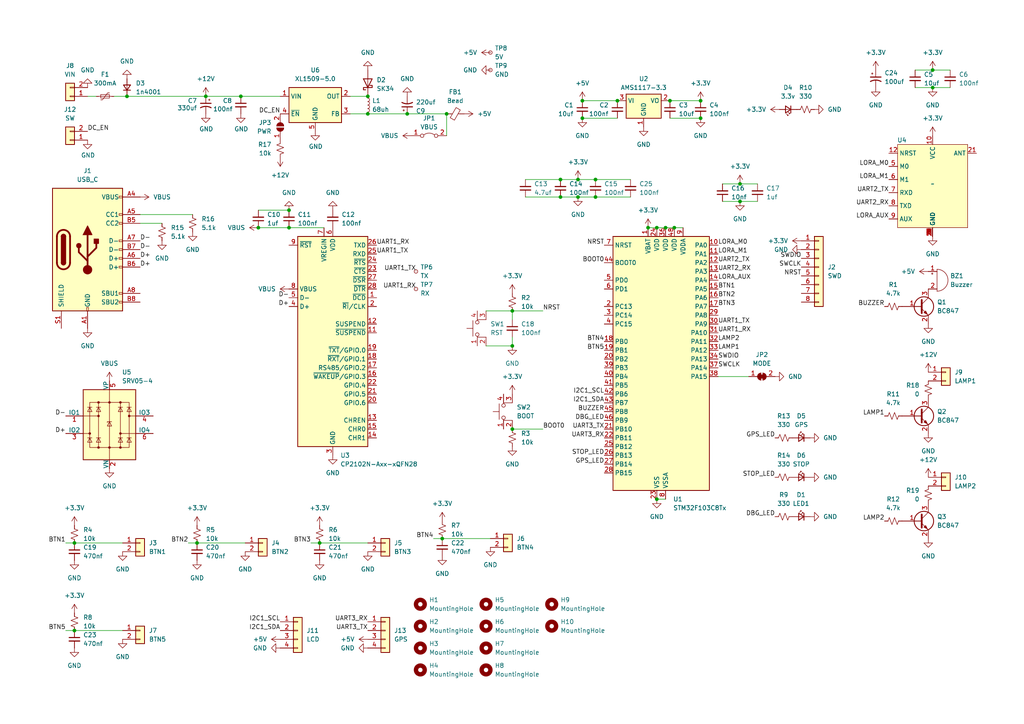
<source format=kicad_sch>
(kicad_sch (version 20230121) (generator eeschema)
  (paper "A4")
  (title_block (title "LoRa-iBBRS"))
  (junction (at 187.96 66.04))
  (junction (at 270.51 20.32))
  (junction (at 179.07 29.21))
  (junction (at 21.59 182.88))
  (junction (at 190.5 66.04))
  (junction (at 128.27 156.21))
  (junction (at 214.63 58.42))
  (junction (at 203.2 29.21))
  (junction (at 74.93 66.04))
  (junction (at 162.56 52.07))
  (junction (at 270.51 25.4))
  (junction (at 167.64 57.15))
  (junction (at 194.31 29.21))
  (junction (at 214.63 53.34))
  (junction (at 59.69 27.94))
  (junction (at 106.68 33.02))
  (junction (at 118.11 33.02))
  (junction (at 193.04 66.04))
  (junction (at 172.72 52.07))
  (junction (at 129.54 33.02))
  (junction (at 148.59 100.33))
  (junction (at 172.72 57.15))
  (junction (at 203.2 34.29))
  (junction (at 92.71 157.48))
  (junction (at 69.85 27.94))
  (junction (at 36.83 27.94))
  (junction (at 83.82 66.04))
  (junction (at 168.91 29.21))
  (junction (at 162.56 57.15))
  (junction (at 83.82 60.96))
  (junction (at 190.5 144.78))
  (junction (at 167.64 52.07))
  (junction (at 106.68 27.94))
  (junction (at 21.59 157.48))
  (junction (at 195.58 66.04))
  (junction (at 148.59 124.46))
  (junction (at 168.91 34.29))
  (junction (at 148.59 90.17))
  (junction (at 57.15 157.48))
  (wire (pts (xy 270.51 20.32) (xy 275.59 20.32)))
  (wire (pts (xy 194.31 34.29) (xy 203.2 34.29)))
  (wire (pts (xy 194.31 29.21) (xy 203.2 29.21)))
  (wire (pts (xy 162.56 57.15) (xy 167.64 57.15)))
  (wire (pts (xy 25.4 27.94) (xy 27.94 27.94)))
  (wire (pts (xy 83.82 66.04) (xy 93.98 66.04)))
  (wire (pts (xy 125.73 156.21) (xy 128.27 156.21)))
  (wire (pts (xy 209.55 58.42) (xy 214.63 58.42)))
  (wire (pts (xy 148.59 124.46) (xy 157.48 124.46)))
  (wire (pts (xy 148.59 90.17) (xy 157.48 90.17)))
  (wire (pts (xy 167.64 57.15) (xy 172.72 57.15)))
  (wire (pts (xy 129.54 33.02) (xy 129.54 39.37)))
  (wire (pts (xy 265.43 25.4) (xy 270.51 25.4)))
  (wire (pts (xy 90.17 157.48) (xy 92.71 157.48)))
  (wire (pts (xy 172.72 57.15) (xy 182.88 57.15)))
  (wire (pts (xy 57.15 157.48) (xy 71.12 157.48)))
  (wire (pts (xy 148.59 100.33) (xy 148.59 97.79)))
  (wire (pts (xy 54.61 157.48) (xy 57.15 157.48)))
  (wire (pts (xy 148.59 90.17) (xy 148.59 92.71)))
  (wire (pts (xy 152.4 52.07) (xy 162.56 52.07)))
  (wire (pts (xy 152.4 57.15) (xy 162.56 57.15)))
  (wire (pts (xy 36.83 27.94) (xy 59.69 27.94)))
  (wire (pts (xy 128.27 156.21) (xy 142.24 156.21)))
  (wire (pts (xy 74.93 66.04) (xy 83.82 66.04)))
  (wire (pts (xy 92.71 157.48) (xy 106.68 157.48)))
  (wire (pts (xy 140.97 100.33) (xy 148.59 100.33)))
  (wire (pts (xy 40.64 64.77) (xy 46.99 64.77)))
  (wire (pts (xy 140.97 90.17) (xy 148.59 90.17)))
  (wire (pts (xy 74.93 60.96) (xy 83.82 60.96)))
  (wire (pts (xy 214.63 53.34) (xy 219.71 53.34)))
  (wire (pts (xy 59.69 27.94) (xy 69.85 27.94)))
  (wire (pts (xy 187.96 66.04) (xy 190.5 66.04)))
  (wire (pts (xy 195.58 66.04) (xy 198.12 66.04)))
  (wire (pts (xy 167.64 52.07) (xy 172.72 52.07)))
  (wire (pts (xy 208.28 109.22) (xy 217.17 109.22)))
  (wire (pts (xy 21.59 182.88) (xy 35.56 182.88)))
  (wire (pts (xy 162.56 52.07) (xy 167.64 52.07)))
  (wire (pts (xy 19.05 157.48) (xy 21.59 157.48)))
  (wire (pts (xy 40.64 62.23) (xy 55.88 62.23)))
  (wire (pts (xy 69.85 27.94) (xy 81.28 27.94)))
  (wire (pts (xy 118.11 33.02) (xy 129.54 33.02)))
  (wire (pts (xy 168.91 29.21) (xy 179.07 29.21)))
  (wire (pts (xy 19.05 182.88) (xy 21.59 182.88)))
  (wire (pts (xy 101.6 27.94) (xy 106.68 27.94)))
  (wire (pts (xy 168.91 34.29) (xy 179.07 34.29)))
  (wire (pts (xy 209.55 53.34) (xy 214.63 53.34)))
  (wire (pts (xy 172.72 52.07) (xy 182.88 52.07)))
  (wire (pts (xy 265.43 20.32) (xy 270.51 20.32)))
  (wire (pts (xy 193.04 66.04) (xy 195.58 66.04)))
  (wire (pts (xy 101.6 33.02) (xy 106.68 33.02)))
  (wire (pts (xy 190.5 144.78) (xy 193.04 144.78)))
  (wire (pts (xy 33.02 27.94) (xy 36.83 27.94)))
  (wire (pts (xy 214.63 58.42) (xy 219.71 58.42)))
  (wire (pts (xy 21.59 157.48) (xy 35.56 157.48)))
  (wire (pts (xy 190.5 66.04) (xy 193.04 66.04)))
  (wire (pts (xy 270.51 25.4) (xy 275.59 25.4)))
  (wire (pts (xy 106.68 33.02) (xy 118.11 33.02)))
  (label "I2C1_SDA" (at 81.28 182.88 180))
  (label "D+" (at 40.64 74.93 0))
  (label "DC_EN" (at 25.4 38.1 0))
  (label "LORA_M0" (at 257.81 48.26 180))
  (label "BOOT0" (at 157.48 124.46 0))
  (label "UART2_TX" (at 208.28 76.2 0))
  (label "UART3_RX" (at 175.26 127 180))
  (label "UART1_RX" (at 208.28 96.52 0))
  (label "BUZZER" (at 175.26 119.38 180))
  (label "UART2_TX" (at 257.81 55.88 180))
  (label "UART1_RX" (at 109.22 71.12 0))
  (label "UART1_TX" (at 120.65 78.74 180))
  (label "D+" (at 40.64 77.47 0))
  (label "UART3_TX" (at 175.26 124.46 180))
  (label "BTN3" (at 208.28 88.9 0))
  (label "DC_EN" (at 81.28 33.02 180))
  (label "BUZZER" (at 256.54 88.9 180))
  (label "LAMP2" (at 208.28 99.06 0))
  (label "LORA_AUX" (at 208.28 81.28 0))
  (label "GPS_LED" (at 175.26 134.62 180))
  (label "BTN4" (at 175.26 99.06 180))
  (label "BTN2" (at 54.61 157.48 180))
  (label "BTN4" (at 125.73 156.21 180))
  (label "UART2_RX" (at 208.28 78.74 0))
  (label "LAMP1" (at 256.54 120.65 180))
  (label "D-" (at 40.64 72.39 0))
  (label "D-" (at 19.05 120.65 180))
  (label "GPS_LED" (at 224.79 127 180))
  (label "SWDIO" (at 232.41 74.93 180))
  (label "NRST" (at 175.26 71.12 180))
  (label "BOOT0" (at 175.26 76.2 180))
  (label "LORA_M1" (at 257.81 52.07 180))
  (label "BTN5" (at 175.26 101.6 180))
  (label "SWCLK" (at 232.41 77.47 180))
  (label "BTN3" (at 90.17 157.48 180))
  (label "D-" (at 40.64 69.85 0))
  (label "UART1_TX" (at 109.22 73.66 0))
  (label "NRST" (at 232.41 80.01 180))
  (label "STOP_LED" (at 175.26 132.08 180))
  (label "UART1_RX" (at 120.65 83.82 180))
  (label "I2C1_SCL" (at 175.26 114.3 180))
  (label "UART1_TX" (at 208.28 93.98 0))
  (label "NRST" (at 157.48 90.17 0))
  (label "UART2_RX" (at 257.81 59.69 180))
  (label "I2C1_SCL" (at 81.28 180.34 180))
  (label "D+" (at 83.82 88.9 180))
  (label "LORA_M1" (at 208.28 73.66 0))
  (label "I2C1_SDA" (at 175.26 116.84 180))
  (label "STOP_LED" (at 224.79 138.43 180))
  (label "D-" (at 83.82 86.36 180))
  (label "DBG_LED" (at 175.26 121.92 180))
  (label "UART3_RX" (at 106.68 180.34 180))
  (label "LORA_AUX" (at 257.81 63.5 180))
  (label "D+" (at 19.05 125.73 180))
  (label "LAMP2" (at 256.54 151.13 180))
  (label "BTN1" (at 19.05 157.48 180))
  (label "SWCLK" (at 208.28 106.68 0))
  (label "LORA_M0" (at 208.28 71.12 0))
  (label "BTN5" (at 19.05 182.88 180))
  (label "UART3_TX" (at 106.68 182.88 180))
  (label "DBG_LED" (at 224.79 149.86 180))
  (label "SWDIO" (at 208.28 104.14 0))
  (label "BTN2" (at 208.28 86.36 0))
  (label "LAMP1" (at 208.28 101.6 0))
  (label "BTN1" (at 208.28 83.82 0))
  (symbol (lib_id "Mechanical:MountingHole") (at 160.02 181.61 0) (unit 1) (in_bom no)
    (property "Reference" "H10" (at 162.56 180.34 0) (effects (justify left)))
    (property "Value" "MountingHole" (at 162.56 182.88 0) (effects (justify left)))
    (property "Footprint" "MountingHole:MountingHole_3.2mm_M3" (effects hide))
  )
  (symbol (lib_id "Device:R_Small_US") (at 148.59 127 0) (unit 1)
    (property "Reference" "R3" (at 151.13 125.73 0) (effects (justify left)))
    (property "Value" "10k" (at 151.13 128.27 0) (effects (justify left)))
    (property "Footprint" "Resistor_SMD:R_0603_1608Metric" (effects hide))
  )
  (symbol (lib_id "power:+3.3V") (at 57.15 152.4 0) (unit 1)
    (property "Reference" "#PWR045" (effects hide))
    (property "Value" "+3.3V" (at 57.15 147.32 0))
  )
  (symbol (lib_id "Device:R_Small_US") (at 92.71 154.94 0) (unit 1)
    (property "Reference" "R6" (at 95.25 153.67 0) (effects (justify left)))
    (property "Value" "10k" (at 95.25 156.21 0) (effects (justify left)))
    (property "Footprint" "Resistor_SMD:R_0603_1608Metric" (effects hide))
  )
  (symbol (lib_id "power:+3.3V") (at 232.41 69.85 90) (unit 1)
    (property "Reference" "#PWR031" (effects hide))
    (property "Value" "+3.3V" (at 228.6 69.85 90) (effects (justify left)))
  )
  (symbol (lib_id "power:GND") (at 148.59 100.33 0) (unit 1)
    (property "Reference" "#PWR038" (effects hide))
    (property "Value" "GND" (at 148.59 105.41 0))
  )
  (symbol (lib_id "power:+3.3V") (at 187.96 66.04 0) (unit 1)
    (property "Reference" "#PWR02" (effects hide))
    (property "Value" "+3.3V" (at 187.96 60.96 0))
  )
  (symbol (lib_id "power:GND") (at 254 25.4 0) (unit 1)
    (property "Reference" "#PWR059" (effects hide))
    (property "Value" "GND" (at 254 30.48 0))
  )
  (symbol (lib_id "power:GND") (at 270.51 25.4 0) (unit 1)
    (property "Reference" "#PWR010" (effects hide))
    (property "Value" "GND" (at 270.51 30.48 0))
  )
  (symbol (lib_id "Connector_Generic:Conn_01x02") (at 40.64 157.48 0) (unit 1)
    (property "Reference" "J3" (at 43.18 157.48 0) (effects (justify left)))
    (property "Value" "BTN1" (at 43.18 160.02 0) (effects (justify left)))
    (property "Footprint" "Connector_Phoenix_MC:PhoenixContact_MC_1,5_2-G-3.81_1x02_P3.81mm_Horizontal" (effects hide))
    (property "LCSC" "C507005" (effects hide))
  )
  (symbol (lib_id "Device:R_Small_US") (at 269.24 113.03 0) (mirror x) (unit 1)
    (property "Reference" "R18" (at 266.7 111.76 0) (effects (justify right)))
    (property "Value" "0" (at 266.7 114.3 0) (effects (justify right)))
    (property "Footprint" "Resistor_SMD:R_0603_1608Metric" (effects hide))
  )
  (symbol (lib_id "Device:C_Polarized_Small_US") (at 254 22.86 0) (unit 1)
    (property "Reference" "C24" (at 256.54 21.1582 0) (effects (justify left)))
    (property "Value" "100uf" (at 256.54 23.6982 0) (effects (justify left)))
    (property "Footprint" "Capacitor_SMD:CP_Elec_8x6.5" (effects hide))
    (property "LCSC" "C401616" (effects hide))
  )
  (symbol (lib_id "power:GND") (at 59.69 33.02 0) (unit 1)
    (property "Reference" "#PWR014" (effects hide))
    (property "Value" "GND" (at 59.817 37.4142 0))
  )
  (symbol (lib_id "Device:R_Small_US") (at 259.08 151.13 90) (unit 1)
    (property "Reference" "R12" (at 259.08 144.78 90))
    (property "Value" "4.7k" (at 259.08 147.32 90))
    (property "Footprint" "Resistor_SMD:R_0603_1608Metric" (effects hide))
  )
  (symbol (lib_id "Device:R_Small_US") (at 81.28 43.18 0) (mirror y) (unit 1)
    (property "Reference" "R17" (at 78.74 41.91 0) (effects (justify left)))
    (property "Value" "10k" (at 78.74 44.45 0) (effects (justify left)))
    (property "Footprint" "Resistor_SMD:R_0603_1608Metric" (effects hide))
  )
  (symbol (lib_id "power:GND") (at 186.69 36.83 0) (unit 1)
    (property "Reference" "#PWR03" (effects hide))
    (property "Value" "GND" (at 186.69 41.91 0))
  )
  (symbol (lib_id "Connector:TestPoint_Small") (at 120.65 78.74 0) (unit 1) (in_bom no)
    (property "Reference" "TP6" (at 121.92 77.47 0) (effects (justify left)))
    (property "Value" "TX" (at 121.92 80.01 0) (effects (justify left)))
    (property "Footprint" "TestPoint:TestPoint_THTPad_2.0x2.0mm_Drill1.0mm" (effects hide))
  )
  (symbol (lib_id "Device:Polyfuse_Small") (at 30.48 27.94 90) (unit 1)
    (property "Reference" "F1" (at 30.48 21.59 90))
    (property "Value" "300mA" (at 30.48 24.13 90))
    (property "Footprint" "Fuse:Fuse_0603_1608Metric" (effects hide))
    (property "LCSC" "C910820" (effects hide))
  )
  (symbol (lib_id "power:GND") (at 269.24 93.98 0) (unit 1)
    (property "Reference" "#PWR021" (effects hide))
    (property "Value" "GND" (at 269.24 99.06 0))
  )
  (symbol (lib_id "power:+3.3V") (at 214.63 53.34 0) (unit 1)
    (property "Reference" "#PWR036" (effects hide))
    (property "Value" "+3.3V" (at 214.63 48.26 0))
  )
  (symbol (lib_id "power:GND") (at 21.59 187.96 0) (unit 1)
    (property "Reference" "#PWR055" (effects hide))
    (property "Value" "GND" (at 21.59 193.04 0))
  )
  (symbol (lib_id "power:GND") (at 190.5 144.78 0) (unit 1)
    (property "Reference" "#PWR01" (effects hide))
    (property "Value" "GND" (at 190.5 149.86 0))
  )
  (symbol (lib_id "power:+3.3V") (at 226.06 31.75 90) (unit 1)
    (property "Reference" "#PWR062" (effects hide))
    (property "Value" "+3.3V" (at 222.25 31.75 90) (effects (justify left)))
  )
  (symbol (lib_id "power:GND") (at 106.68 20.32 180) (unit 1)
    (property "Reference" "#PWR017" (effects hide))
    (property "Value" "GND" (at 106.68 15.24 0))
  )
  (symbol (lib_id "Connector:TestPoint_Small") (at 142.24 15.24 0) (unit 1) (in_bom no)
    (property "Reference" "TP8" (at 143.51 13.97 0) (effects (justify left)))
    (property "Value" "5V" (at 143.51 16.51 0) (effects (justify left)))
    (property "Footprint" "TestPoint:TestPoint_THTPad_2.0x2.0mm_Drill1.0mm" (effects hide))
  )
  (symbol (lib_id "Device:C_Small") (at 96.52 63.5 180) (unit 1)
    (property "Reference" "C12" (at 99.06 62.2236 0) (effects (justify right)))
    (property "Value" "100nf" (at 99.06 64.7636 0) (effects (justify right)))
    (property "Footprint" "Capacitor_SMD:C_0603_1608Metric" (effects hide))
  )
  (symbol (lib_id "power:VBUS") (at 119.38 39.37 90) (unit 1)
    (property "Reference" "#PWR058" (effects hide))
    (property "Value" "VBUS" (at 115.57 39.37 90) (effects (justify left)))
  )
  (symbol (lib_id "power:GND") (at 35.56 185.42 0) (unit 1)
    (property "Reference" "#PWR056" (effects hide))
    (property "Value" "GND" (at 35.56 190.5 0))
  )
  (symbol (lib_id "Power_Protection:SRV05-4") (at 31.75 123.19 0) (unit 1)
    (property "Reference" "U5" (at 35.3761 107.95 0) (effects (justify left)))
    (property "Value" "SRV05-4" (at 35.3761 110.49 0) (effects (justify left)))
    (property "Footprint" "Package_TO_SOT_SMD:SOT-23-6" (effects hide))
    (property "Datasheet" "http://www.onsemi.com/pub/Collateral/SRV05-4-D.PDF" (effects hide))
    (property "LCSC" "C7420376" (effects hide))
  )
  (symbol (lib_id "power:GND") (at 128.27 161.29 0) (unit 1)
    (property "Reference" "#PWR052" (effects hide))
    (property "Value" "GND" (at 128.27 166.37 0))
  )
  (symbol (lib_id "Connector_Generic:Conn_01x08") (at 237.49 77.47 0) (unit 1) (in_bom no)
    (property "Reference" "J2" (at 240.03 77.47 0) (effects (justify left)))
    (property "Value" "SWD" (at 240.03 80.01 0) (effects (justify left)))
    (property "Footprint" "Connector_PinHeader_2.54mm:PinHeader_1x08_P2.54mm_Vertical" (effects hide))
  )
  (symbol (lib_id "power:VBUS") (at 31.75 110.49 0) (unit 1)
    (property "Reference" "#PWR028" (effects hide))
    (property "Value" "VBUS" (at 31.75 105.41 0))
  )
  (symbol (lib_id "Device:R_Small_US") (at 227.33 127 90) (unit 1)
    (property "Reference" "R13" (at 227.33 120.65 90))
    (property "Value" "330" (at 227.33 123.19 90))
    (property "Footprint" "Resistor_SMD:R_0603_1608Metric" (effects hide))
  )
  (symbol (lib_id "Connector_Generic:Conn_01x02") (at 111.76 157.48 0) (unit 1)
    (property "Reference" "J5" (at 114.3 157.48 0) (effects (justify left)))
    (property "Value" "BTN3" (at 114.3 160.02 0) (effects (justify left)))
    (property "Footprint" "Connector_Phoenix_MC:PhoenixContact_MC_1,5_2-G-3.81_1x02_P3.81mm_Horizontal" (effects hide))
    (property "LCSC" "C507005" (effects hide))
  )
  (symbol (lib_id "Device:R_Small_US") (at 227.33 149.86 90) (unit 1)
    (property "Reference" "R9" (at 227.33 143.51 90))
    (property "Value" "330" (at 227.33 146.05 90))
    (property "Footprint" "Resistor_SMD:R_0603_1608Metric" (effects hide))
  )
  (symbol (lib_id "Mechanical:MountingHole") (at 121.92 194.31 0) (unit 1) (in_bom no)
    (property "Reference" "H4" (at 124.46 193.04 0) (effects (justify left)))
    (property "Value" "MountingHole" (at 124.46 195.58 0) (effects (justify left)))
    (property "Footprint" "MountingHole:MountingHole_3.2mm_M3" (effects hide))
  )
  (symbol (lib_id "power:+5V") (at 106.68 185.42 90) (unit 1)
    (property "Reference" "#PWR066" (effects hide))
    (property "Value" "+5V" (at 102.87 185.42 90) (effects (justify left)))
  )
  (symbol (lib_id "Device:Buzzer") (at 271.78 81.28 0) (unit 1) (in_bom no)
    (property "Reference" "BZ1" (at 275.59 80.01 0) (effects (justify left)))
    (property "Value" "Buzzer" (at 275.59 82.55 0) (effects (justify left)))
    (property "Footprint" "KIcad:FQ-014" (effects hide))
  )
  (symbol (lib_id "Connector_Generic:Conn_01x02") (at 20.32 40.64 180) (unit 1) (in_bom no)
    (property "Reference" "J12" (at 20.32 31.75 0))
    (property "Value" "SW" (at 20.32 34.29 0))
    (property "Footprint" "Connector_Molex:Molex_SPOX_5267-02A_1x02_P2.50mm_Vertical" (effects hide))
  )
  (symbol (lib_id "Mechanical:MountingHole") (at 121.92 181.61 0) (unit 1) (in_bom no)
    (property "Reference" "H2" (at 124.46 180.34 0) (effects (justify left)))
    (property "Value" "MountingHole" (at 124.46 182.88 0) (effects (justify left)))
    (property "Footprint" "MountingHole:MountingHole_3.2mm_M3" (effects hide))
  )
  (symbol (lib_id "Mechanical:MountingHole") (at 140.97 187.96 0) (unit 1) (in_bom no)
    (property "Reference" "H7" (at 143.51 186.69 0) (effects (justify left)))
    (property "Value" "MountingHole" (at 143.51 189.23 0) (effects (justify left)))
    (property "Footprint" "MountingHole:MountingHole_3.2mm_M3" (effects hide))
  )
  (symbol (lib_id "power:GND") (at 232.41 72.39 270) (unit 1)
    (property "Reference" "#PWR032" (effects hide))
    (property "Value" "GND" (at 228.6 72.39 90) (effects (justify right)))
  )
  (symbol (lib_id "Connector:TestPoint_Small") (at 142.24 20.32 0) (unit 1) (in_bom no)
    (property "Reference" "TP9" (at 143.51 19.05 0) (effects (justify left)))
    (property "Value" "GND" (at 143.51 21.59 0) (effects (justify left)))
    (property "Footprint" "TestPoint:TestPoint_THTPad_2.0x2.0mm_Drill1.0mm" (effects hide))
  )
  (symbol (lib_id "power:GND") (at 224.79 109.22 90) (unit 1)
    (property "Reference" "#PWR078" (effects hide))
    (property "Value" "GND" (at 228.6 109.22 90) (effects (justify right)))
  )
  (symbol (lib_id "power:+5V") (at 168.91 29.21 0) (unit 1)
    (property "Reference" "#PWR07" (effects hide))
    (property "Value" "+5V" (at 168.91 24.13 0))
  )
  (symbol (lib_id "Connector:USB_C_Receptacle_USB2.0_16P") (at 25.4 72.39 0) (unit 1)
    (property "Reference" "J1" (at 25.4 49.53 0))
    (property "Value" "USB_C" (at 25.4 52.07 0))
    (property "Footprint" "Connector_USB:USB_C_Receptacle_GCT_USB4105-xx-A_16P_TopMnt_Horizontal" (effects hide))
    (property "Datasheet" "https://www.usb.org/sites/default/files/documents/usb_type-c.zip" (effects hide))
    (property "LCSC" "C2765186" (effects hide))
  )
  (symbol (lib_id "Device:C_Small") (at 179.07 31.75 0) (unit 1)
    (property "Reference" "C2" (at 176.53 30.4863 0) (effects (justify right)))
    (property "Value" "100nf" (at 176.53 33.0263 0) (effects (justify right)))
    (property "Footprint" "Capacitor_SMD:C_0603_1608Metric" (effects hide))
  )
  (symbol (lib_id "Device:C_Small") (at 275.59 22.86 0) (mirror y) (unit 1)
    (property "Reference" "C6" (at 278.13 21.5963 0) (effects (justify right)))
    (property "Value" "100nf" (at 278.13 24.1363 0) (effects (justify right)))
    (property "Footprint" "Capacitor_SMD:C_0603_1608Metric" (effects hide))
  )
  (symbol (lib_id "power:GND") (at 142.24 20.32 270) (unit 1)
    (property "Reference" "#PWR064" (effects hide))
    (property "Value" "GND" (at 138.43 20.32 90) (effects (justify right)))
  )
  (symbol (lib_id "power:GND") (at 35.56 160.02 0) (unit 1)
    (property "Reference" "#PWR044" (effects hide))
    (property "Value" "GND" (at 35.56 165.1 0))
  )
  (symbol (lib_id "Device:R_Small_US") (at 21.59 154.94 0) (unit 1)
    (property "Reference" "R4" (at 24.13 153.67 0) (effects (justify left)))
    (property "Value" "10k" (at 24.13 156.21 0) (effects (justify left)))
    (property "Footprint" "Resistor_SMD:R_0603_1608Metric" (effects hide))
  )
  (symbol (lib_id "Connector_Generic:Conn_01x02") (at 147.32 156.21 0) (unit 1)
    (property "Reference" "J6" (at 149.86 156.21 0) (effects (justify left)))
    (property "Value" "BTN4" (at 149.86 158.75 0) (effects (justify left)))
    (property "Footprint" "Connector_Phoenix_MC:PhoenixContact_MC_1,5_2-G-3.81_1x02_P3.81mm_Horizontal" (effects hide))
    (property "LCSC" "C507005" (effects hide))
  )
  (symbol (lib_id "Connector_Generic:Conn_01x02") (at 20.32 27.94 180) (unit 1)
    (property "Reference" "J8" (at 20.32 19.05 0))
    (property "Value" "VIN" (at 20.32 21.59 0))
    (property "Footprint" "Connector_BarrelJack:BarrelJack_Horizontal" (effects hide))
  )
  (symbol (lib_id "power:GND") (at 168.91 34.29 0) (unit 1)
    (property "Reference" "#PWR04" (effects hide))
    (property "Value" "GND" (at 168.91 39.37 0))
  )
  (symbol (lib_id "Device:C_Polarized_Small_US") (at 59.69 30.48 0) (mirror y) (unit 1)
    (property "Reference" "C7" (at 57.15 29.21 0) (effects (justify left)))
    (property "Value" "330uf" (at 57.15 31.3182 0) (effects (justify left)))
    (property "Footprint" "Capacitor_SMD:CP_Elec_10x10.5" (effects hide))
    (property "LCSC" "C336775" (effects hide))
  )
  (symbol (lib_id "power:GND") (at 36.83 22.86 180) (unit 1)
    (property "Reference" "#PWR060" (effects hide))
    (property "Value" "GND" (at 36.83 17.78 0))
  )
  (symbol (lib_id "power:GND") (at 118.11 27.94 180) (unit 1)
    (property "Reference" "#PWR018" (effects hide))
    (property "Value" "GND" (at 118.11 22.86 0))
  )
  (symbol (lib_id "Connector_Generic:Conn_01x02") (at 274.32 107.95 0) (unit 1) (in_bom no)
    (property "Reference" "J9" (at 276.86 107.95 0) (effects (justify left)))
    (property "Value" "LAMP1" (at 276.86 110.49 0) (effects (justify left)))
    (property "Footprint" "KIcad:QN22-LED" (effects hide))
  )
  (symbol (lib_id "power:VBUS") (at 74.93 66.04 90) (unit 1)
    (property "Reference" "#PWR026" (effects hide))
    (property "Value" "VBUS" (at 71.12 66.04 90) (effects (justify left)))
  )
  (symbol (lib_id "power:GND") (at 106.68 160.02 0) (unit 1)
    (property "Reference" "#PWR050" (effects hide))
    (property "Value" "GND" (at 106.68 165.1 0))
  )
  (symbol (lib_id "power:+3.3V") (at 270.51 20.32 0) (unit 1)
    (property "Reference" "#PWR011" (effects hide))
    (property "Value" "+3.3V" (at 270.51 15.24 0))
  )
  (symbol (lib_id "power:GND") (at 270.51 68.58 0) (unit 1)
    (property "Reference" "#PWR09" (effects hide))
    (property "Value" "GND" (at 270.51 73.66 0))
  )
  (symbol (lib_id "power:GND") (at 234.95 138.43 90) (unit 1)
    (property "Reference" "#PWR074" (effects hide))
    (property "Value" "GND" (at 238.76 138.43 90) (effects (justify right)))
  )
  (symbol (lib_id "power:GND") (at 25.4 25.4 180) (unit 1)
    (property "Reference" "#PWR013" (effects hide))
    (property "Value" "GND" (at 25.4 20.32 0))
  )
  (symbol (lib_id "Device:R_Small_US") (at 148.59 87.63 0) (unit 1)
    (property "Reference" "R2" (at 151.13 86.36 0) (effects (justify left)))
    (property "Value" "10k" (at 151.13 88.9 0) (effects (justify left)))
    (property "Footprint" "Resistor_SMD:R_0603_1608Metric" (effects hide))
  )
  (symbol (lib_id "Jumper:SolderJumper_2_Open") (at 81.28 36.83 270) (mirror x) (unit 1) (in_bom no)
    (property "Reference" "JP3" (at 78.74 35.56 90) (effects (justify right)))
    (property "Value" "PWR" (at 78.74 38.1 90) (effects (justify right)))
    (property "Footprint" "Jumper:SolderJumper-2_P1.3mm_Open_RoundedPad1.0x1.5mm" (effects hide))
  )
  (symbol (lib_id "power:GND") (at 167.64 57.15 0) (unit 1)
    (property "Reference" "#PWR033" (effects hide))
    (property "Value" "GND" (at 167.64 62.23 0))
  )
  (symbol (lib_id "Device:R_Small_US") (at 55.88 64.77 0) (unit 1)
    (property "Reference" "R16" (at 58.42 63.5 0) (effects (justify left)))
    (property "Value" "5.1k" (at 58.42 66.04 0) (effects (justify left)))
    (property "Footprint" "Resistor_SMD:R_0603_1608Metric" (effects hide))
  )
  (symbol (lib_id "Device:L_Small") (at 106.68 30.48 0) (unit 1)
    (property "Reference" "L1" (at 107.95 29.21 0) (effects (justify left)))
    (property "Value" "68uh" (at 107.95 31.75 0) (effects (justify left)))
    (property "Footprint" "KIcad:Inductor_4.5x4mm" (effects hide))
    (property "LCSC" "C324241" (effects hide))
  )
  (symbol (lib_id "power:GND") (at 234.95 127 90) (unit 1)
    (property "Reference" "#PWR073" (effects hide))
    (property "Value" "GND" (at 238.76 127 90) (effects (justify right)))
  )
  (symbol (lib_id "Device:R_Small_US") (at 259.08 88.9 90) (unit 1)
    (property "Reference" "R1" (at 259.08 82.55 90))
    (property "Value" "4.7k" (at 259.08 85.09 90))
    (property "Footprint" "Resistor_SMD:R_0603_1608Metric" (effects hide))
  )
  (symbol (lib_id "power:GND") (at 46.99 69.85 0) (unit 1)
    (property "Reference" "#PWR022" (effects hide))
    (property "Value" "GND" (at 46.99 74.93 0))
  )
  (symbol (lib_id "Device:C_Small") (at 69.85 30.48 0) (mirror y) (unit 1)
    (property "Reference" "C8" (at 67.31 29.21 0) (effects (justify left)))
    (property "Value" "100nf" (at 67.5132 31.623 0) (effects (justify left)))
    (property "Footprint" "Capacitor_SMD:C_0603_1608Metric" (effects hide))
  )
  (symbol (lib_id "power:GND") (at 31.75 135.89 0) (unit 1)
    (property "Reference" "#PWR029" (effects hide))
    (property "Value" "GND" (at 31.75 140.97 0))
  )
  (symbol (lib_id "Device:C_Small") (at 182.88 54.61 180) (unit 1)
    (property "Reference" "C25" (at 185.42 53.3336 0) (effects (justify right)))
    (property "Value" "100nf" (at 185.42 55.8736 0) (effects (justify right)))
    (property "Footprint" "Capacitor_SMD:C_0603_1608Metric" (effects hide))
  )
  (symbol (lib_id "Connector_Generic:Conn_01x02") (at 76.2 157.48 0) (unit 1)
    (property "Reference" "J4" (at 78.74 157.48 0) (effects (justify left)))
    (property "Value" "BTN2" (at 78.74 160.02 0) (effects (justify left)))
    (property "Footprint" "Connector_Phoenix_MC:PhoenixContact_MC_1,5_2-G-3.81_1x02_P3.81mm_Horizontal" (effects hide))
    (property "LCSC" "C507005" (effects hide))
  )
  (symbol (lib_id "Device:LED_Small") (at 232.41 138.43 0) (mirror y) (unit 1) (in_bom no)
    (property "Reference" "D6" (at 232.41 132.08 0))
    (property "Value" "STOP" (at 232.41 134.62 0))
    (property "Footprint" "LED_THT:LED_D5.0mm" (effects hide))
  )
  (symbol (lib_id "Device:R_Small_US") (at 269.24 143.51 0) (mirror x) (unit 1)
    (property "Reference" "R19" (at 266.7 142.24 0) (effects (justify right)))
    (property "Value" "0" (at 266.7 144.78 0) (effects (justify right)))
    (property "Footprint" "Resistor_SMD:R_0603_1608Metric" (effects hide))
  )
  (symbol (lib_id "Mechanical:MountingHole") (at 140.97 175.26 0) (unit 1) (in_bom no)
    (property "Reference" "H5" (at 143.51 173.99 0) (effects (justify left)))
    (property "Value" "MountingHole" (at 143.51 176.53 0) (effects (justify left)))
    (property "Footprint" "MountingHole:MountingHole_3.2mm_M3" (effects hide))
  )
  (symbol (lib_id "power:GND") (at 236.22 31.75 90) (unit 1)
    (property "Reference" "#PWR061" (effects hide))
    (property "Value" "GND" (at 240.03 31.75 90) (effects (justify right)))
  )
  (symbol (lib_id "Device:C_Small") (at 152.4 54.61 180) (unit 1)
    (property "Reference" "C13" (at 154.94 53.3336 0) (effects (justify right)))
    (property "Value" "4.7uf" (at 154.94 55.8736 0) (effects (justify right)))
    (property "Footprint" "Capacitor_SMD:C_0603_1608Metric" (effects hide))
  )
  (symbol (lib_id "power:+3.3V") (at 270.51 39.37 0) (unit 1)
    (property "Reference" "#PWR012" (effects hide))
    (property "Value" "+3.3V" (at 270.51 34.29 0))
  )
  (symbol (lib_id "Device:C_Small") (at 21.59 160.02 0) (unit 1)
    (property "Reference" "C19" (at 24.13 158.7563 0) (effects (justify left)))
    (property "Value" "470nf" (at 24.13 161.2963 0) (effects (justify left)))
    (property "Footprint" "Capacitor_SMD:C_0603_1608Metric" (effects hide))
  )
  (symbol (lib_id "power:+3.3V") (at 21.59 177.8 0) (unit 1)
    (property "Reference" "#PWR054" (effects hide))
    (property "Value" "+3.3V" (at 21.59 172.72 0))
  )
  (symbol (lib_id "power:GND") (at 269.24 125.73 0) (unit 1)
    (property "Reference" "#PWR069" (effects hide))
    (property "Value" "GND" (at 269.24 130.81 0))
  )
  (symbol (lib_id "power:+12V") (at 59.69 27.94 0) (unit 1)
    (property "Reference" "#PWR075" (effects hide))
    (property "Value" "+12V" (at 59.69 22.86 0))
  )
  (symbol (lib_id "power:+12V") (at 269.24 107.95 0) (unit 1)
    (property "Reference" "#PWR067" (effects hide))
    (property "Value" "+12V" (at 269.24 102.87 0))
  )
  (symbol (lib_id "Device:C_Small") (at 74.93 63.5 180) (unit 1)
    (property "Reference" "C10" (at 77.47 62.2236 0) (effects (justify right)))
    (property "Value" "1uf" (at 77.47 64.7636 0) (effects (justify right)))
    (property "Footprint" "Capacitor_SMD:C_0603_1608Metric" (effects hide))
  )
  (symbol (lib_id "power:+3.3V") (at 203.2 29.21 0) (unit 1)
    (property "Reference" "#PWR06" (effects hide))
    (property "Value" "+3.3V" (at 203.2 24.13 0))
  )
  (symbol (lib_id "Switch:SW_MEC_5E") (at 148.59 119.38 90) (unit 1)
    (property "Reference" "SW2" (at 149.86 118.11 90) (effects (justify right)))
    (property "Value" "BOOT" (at 149.86 120.65 90) (effects (justify right)))
    (property "Footprint" "KIcad:SW_TS-1187A-B-A-B" (effects hide))
    (property "Datasheet" "http://www.apem.com/int/index.php?controller=attachment&id_attachment=1371" (effects hide))
    (property "LCSC" "C318884" (effects hide))
  )
  (symbol (lib_id "power:GND") (at 234.95 149.86 90) (unit 1)
    (property "Reference" "#PWR057" (effects hide))
    (property "Value" "GND" (at 238.76 149.86 90) (effects (justify right)))
  )
  (symbol (lib_id "power:GND") (at 57.15 162.56 0) (unit 1)
    (property "Reference" "#PWR046" (effects hide))
    (property "Value" "GND" (at 57.15 167.64 0))
  )
  (symbol (lib_id "Device:R_Small_US") (at 233.68 31.75 90) (unit 1)
    (property "Reference" "R10" (at 233.68 25.4 90))
    (property "Value" "330" (at 233.68 27.94 90))
    (property "Footprint" "Resistor_SMD:R_0603_1608Metric" (effects hide))
  )
  (symbol (lib_id "Device:C_Small") (at 203.2 31.75 0) (mirror y) (unit 1)
    (property "Reference" "C4" (at 205.74 30.4863 0) (effects (justify right)))
    (property "Value" "100nf" (at 205.74 33.0263 0) (effects (justify right)))
    (property "Footprint" "Capacitor_SMD:C_0603_1608Metric" (effects hide))
  )
  (symbol (lib_id "power:+3.3V") (at 148.59 114.3 0) (unit 1)
    (property "Reference" "#PWR039" (effects hide))
    (property "Value" "+3.3V" (at 148.59 109.22 0))
  )
  (symbol (lib_id "Device:C_Small") (at 83.82 63.5 180) (unit 1)
    (property "Reference" "C11" (at 86.36 62.2236 0) (effects (justify right)))
    (property "Value" "100nf" (at 86.36 64.7636 0) (effects (justify right)))
    (property "Footprint" "Capacitor_SMD:C_0603_1608Metric" (effects hide))
  )
  (symbol (lib_id "power:+12V") (at 81.28 45.72 180) (unit 1)
    (property "Reference" "#PWR079" (effects hide))
    (property "Value" "+12V" (at 81.28 50.8 0))
  )
  (symbol (lib_id "power:GND") (at 269.24 156.21 0) (unit 1)
    (property "Reference" "#PWR070" (effects hide))
    (property "Value" "GND" (at 269.24 161.29 0))
  )
  (symbol (lib_id "Device:C_Small") (at 21.59 185.42 0) (unit 1)
    (property "Reference" "C23" (at 24.13 184.1563 0) (effects (justify left)))
    (property "Value" "470nf" (at 24.13 186.6963 0) (effects (justify left)))
    (property "Footprint" "Capacitor_SMD:C_0603_1608Metric" (effects hide))
  )
  (symbol (lib_id "power:VBUS") (at 40.64 57.15 270) (unit 1)
    (property "Reference" "#PWR023" (effects hide))
    (property "Value" "VBUS" (at 44.45 57.15 90) (effects (justify left)))
  )
  (symbol (lib_id "Device:C_Small") (at 92.71 160.02 0) (unit 1)
    (property "Reference" "C21" (at 95.25 158.7563 0) (effects (justify left)))
    (property "Value" "470nf" (at 95.25 161.2963 0) (effects (justify left)))
    (property "Footprint" "Capacitor_SMD:C_0603_1608Metric" (effects hide))
  )
  (symbol (lib_id "Device:R_Small_US") (at 46.99 67.31 0) (unit 1)
    (property "Reference" "R15" (at 49.53 66.04 0) (effects (justify left)))
    (property "Value" "5.1k" (at 49.53 68.58 0) (effects (justify left)))
    (property "Footprint" "Resistor_SMD:R_0603_1608Metric" (effects hide))
  )
  (symbol (lib_id "power:GND") (at 25.4 95.25 0) (unit 1)
    (property "Reference" "#PWR076" (effects hide))
    (property "Value" "GND" (at 25.4 100.33 0))
  )
  (symbol (lib_id "Device:D_Small") (at 36.83 25.4 90) (unit 1)
    (property "Reference" "D3" (at 39.37 24.13 90) (effects (justify right)))
    (property "Value" "1n4001" (at 39.37 26.67 90) (effects (justify right)))
    (property "Footprint" "Diode_SMD:D_SMA" (effects hide))
    (property "Sim.Device" "D" (effects hide))
    (property "Sim.Pins" "1=K 2=A" (effects hide))
  )
  (symbol (lib_id "Device:C_Small") (at 194.31 31.75 0) (mirror y) (unit 1)
    (property "Reference" "C3" (at 196.85 30.4863 0) (effects (justify right)))
    (property "Value" "10uf" (at 196.85 33.0263 0) (effects (justify right)))
    (property "Footprint" "Capacitor_SMD:C_0603_1608Metric" (effects hide))
  )
  (symbol (lib_id "Device:LED_Small") (at 232.41 127 0) (mirror y) (unit 1) (in_bom no)
    (property "Reference" "D5" (at 232.41 120.65 0))
    (property "Value" "GPS" (at 232.41 123.19 0))
    (property "Footprint" "LED_THT:LED_D5.0mm" (effects hide))
  )
  (symbol (lib_id "Device:C_Small") (at 265.43 22.86 0) (mirror y) (unit 1)
    (property "Reference" "C5" (at 267.97 21.5963 0) (effects (justify right)))
    (property "Value" "10uf" (at 267.97 24.1363 0) (effects (justify right)))
    (property "Footprint" "Capacitor_SMD:C_0603_1608Metric" (effects hide))
  )
  (symbol (lib_id "Mechanical:MountingHole") (at 140.97 194.31 0) (unit 1) (in_bom no)
    (property "Reference" "H8" (at 143.51 193.04 0) (effects (justify left)))
    (property "Value" "MountingHole" (at 143.51 195.58 0) (effects (justify left)))
    (property "Footprint" "MountingHole:MountingHole_3.2mm_M3" (effects hide))
  )
  (symbol (lib_id "Device:R_Small_US") (at 128.27 153.67 0) (unit 1)
    (property "Reference" "R7" (at 130.81 152.4 0) (effects (justify left)))
    (property "Value" "10k" (at 130.81 154.94 0) (effects (justify left)))
    (property "Footprint" "Resistor_SMD:R_0603_1608Metric" (effects hide))
  )
  (symbol (lib_id "Connector_Generic:Conn_01x02") (at 274.32 138.43 0) (unit 1) (in_bom no)
    (property "Reference" "J10" (at 276.86 138.43 0) (effects (justify left)))
    (property "Value" "LAMP2" (at 276.86 140.97 0) (effects (justify left)))
    (property "Footprint" "KIcad:QN22-LED" (effects hide))
  )
  (symbol (lib_id "Device:LED_Small") (at 228.6 31.75 180) (unit 1)
    (property "Reference" "D4" (at 228.5365 25.4 0))
    (property "Value" "3.3v" (at 228.5365 27.94 0))
    (property "Footprint" "LED_SMD:LED_0603_1608Metric" (effects hide))
  )
  (symbol (lib_id "Jumper:Jumper_2_Bridged") (at 124.46 39.37 0) (unit 1) (in_bom no)
    (property "Reference" "JP1" (at 124.46 34.29 0))
    (property "Value" "VBUS" (at 124.46 36.83 0))
    (property "Footprint" "Jumper:SolderJumper-2_P1.3mm_Bridged_RoundedPad1.0x1.5mm" (effects hide))
  )
  (symbol (lib_id "Connector_Generic:Conn_01x02") (at 40.64 182.88 0) (unit 1)
    (property "Reference" "J7" (at 43.18 182.88 0) (effects (justify left)))
    (property "Value" "BTN5" (at 43.18 185.42 0) (effects (justify left)))
    (property "Footprint" "Connector_Phoenix_MC:PhoenixContact_MC_1,5_2-G-3.81_1x02_P3.81mm_Horizontal" (effects hide))
    (property "LCSC" "C507005" (effects hide))
  )
  (symbol (lib_id "Device:R_Small_US") (at 259.08 120.65 90) (unit 1)
    (property "Reference" "R11" (at 259.08 114.3 90))
    (property "Value" "4.7k" (at 259.08 116.84 90))
    (property "Footprint" "Resistor_SMD:R_0603_1608Metric" (effects hide))
  )
  (symbol (lib_id "Connector_Generic:Conn_01x04") (at 111.76 182.88 0) (unit 1)
    (property "Reference" "J13" (at 114.3 182.88 0) (effects (justify left)))
    (property "Value" "GPS" (at 114.3 185.42 0) (effects (justify left)))
    (property "Footprint" "Connector_Molex:Molex_PicoBlade_53398-0471_1x04-1MP_P1.25mm_Vertical" (effects hide))
    (property "LCSC" "C234195" (effects hide))
  )
  (symbol (lib_id "Mechanical:MountingHole") (at 140.97 181.61 0) (unit 1) (in_bom no)
    (property "Reference" "H6" (at 143.51 180.34 0) (effects (justify left)))
    (property "Value" "MountingHole" (at 143.51 182.88 0) (effects (justify left)))
    (property "Footprint" "MountingHole:MountingHole_3.2mm_M3" (effects hide))
  )
  (symbol (lib_id "power:GND") (at 148.59 129.54 0) (unit 1)
    (property "Reference" "#PWR040" (effects hide))
    (property "Value" "GND" (at 148.59 134.62 0))
  )
  (symbol (lib_id "Device:FerriteBead_Small") (at 132.08 33.02 90) (unit 1)
    (property "Reference" "FB1" (at 132.0419 26.67 90))
    (property "Value" "Bead" (at 132.0419 29.21 90))
    (property "Footprint" "Fuse:Fuse_0603_1608Metric" (effects hide))
    (property "LCSC" "C1002" (effects hide))
  )
  (symbol (lib_id "Device:C_Small") (at 148.59 95.25 0) (unit 1)
    (property "Reference" "C18" (at 151.13 93.9863 0) (effects (justify left)))
    (property "Value" "100nf" (at 151.13 96.5263 0) (effects (justify left)))
    (property "Footprint" "Capacitor_SMD:C_0603_1608Metric" (effects hide))
  )
  (symbol (lib_id "power:GND") (at 214.63 58.42 0) (unit 1)
    (property "Reference" "#PWR034" (effects hide))
    (property "Value" "GND" (at 214.63 63.5 0))
  )
  (symbol (lib_id "power:+3.3V") (at 167.64 52.07 0) (unit 1)
    (property "Reference" "#PWR035" (effects hide))
    (property "Value" "+3.3V" (at 167.64 46.99 0))
  )
  (symbol (lib_id "Mechanical:MountingHole") (at 121.92 175.26 0) (unit 1) (in_bom no)
    (property "Reference" "H1" (at 124.46 173.99 0) (effects (justify left)))
    (property "Value" "MountingHole" (at 124.46 176.53 0) (effects (justify left)))
    (property "Footprint" "MountingHole:MountingHole_3.2mm_M3" (effects hide))
  )
  (symbol (lib_id "power:GND") (at 83.82 60.96 180) (unit 1)
    (property "Reference" "#PWR025" (effects hide))
    (property "Value" "GND" (at 83.82 55.88 0))
  )
  (symbol (lib_id "power:GND") (at 55.88 67.31 0) (unit 1)
    (property "Reference" "#PWR077" (effects hide))
    (property "Value" "GND" (at 55.88 72.39 0))
  )
  (symbol (lib_id "power:GND") (at 142.24 158.75 0) (unit 1)
    (property "Reference" "#PWR053" (effects hide))
    (property "Value" "GND" (at 142.24 163.83 0))
  )
  (symbol (lib_id "Mechanical:MountingHole") (at 121.92 187.96 0) (unit 1) (in_bom no)
    (property "Reference" "H3" (at 124.46 186.69 0) (effects (justify left)))
    (property "Value" "MountingHole" (at 124.46 189.23 0) (effects (justify left)))
    (property "Footprint" "MountingHole:MountingHole_3.2mm_M3" (effects hide))
  )
  (symbol (lib_id "power:+3.3V") (at 148.59 85.09 0) (unit 1)
    (property "Reference" "#PWR037" (effects hide))
    (property "Value" "+3.3V" (at 148.59 80.01 0))
  )
  (symbol (lib_id "Device:LED_Small") (at 232.41 149.86 0) (mirror y) (unit 1)
    (property "Reference" "D1" (at 232.3465 143.51 0))
    (property "Value" "LED1" (at 232.3465 146.05 0))
    (property "Footprint" "LED_SMD:LED_0603_1608Metric" (effects hide))
  )
  (symbol (lib_id "Device:R_Small_US") (at 57.15 154.94 0) (unit 1)
    (property "Reference" "R5" (at 59.69 153.67 0) (effects (justify left)))
    (property "Value" "10k" (at 59.69 156.21 0) (effects (justify left)))
    (property "Footprint" "Resistor_SMD:R_0603_1608Metric" (effects hide))
  )
  (symbol (lib_id "Device:R_Small_US") (at 227.33 138.43 90) (unit 1)
    (property "Reference" "R14" (at 227.33 132.08 90))
    (property "Value" "330" (at 227.33 134.62 90))
    (property "Footprint" "Resistor_SMD:R_0603_1608Metric" (effects hide))
  )
  (symbol (lib_id "Device:C_Small") (at 209.55 55.88 180) (unit 1)
    (property "Reference" "C16" (at 212.09 54.6036 0) (effects (justify right)))
    (property "Value" "10nf" (at 212.09 57.1436 0) (effects (justify right)))
    (property "Footprint" "Capacitor_SMD:C_0603_1608Metric" (effects hide))
  )
  (symbol (lib_id "Transistor_BJT:BC847") (at 266.7 88.9 0) (unit 1)
    (property "Reference" "Q1" (at 271.78 87.63 0) (effects (justify left)))
    (property "Value" "BC847" (at 271.78 90.17 0) (effects (justify left)))
    (property "Footprint" "Package_TO_SOT_SMD:SOT-23" (effects hide))
    (property "Datasheet" "http://www.infineon.com/dgdl/Infineon-BC847SERIES_BC848SERIES_BC849SERIES_BC850SERIES-DS-v01_01-en.pdf?fileId=db3a304314dca389011541d4630a1657" (effects hide))
    (property "LCSC" "C181140" (effects hide))
  )
  (symbol (lib_id "power:GND") (at 25.4 40.64 0) (unit 1)
    (property "Reference" "#PWR041" (effects hide))
    (property "Value" "GND" (at 25.527 45.0342 0))
  )
  (symbol (lib_id "MCU_ST_STM32F1:STM32F103C8Tx") (at 190.5 106.68 0) (unit 1)
    (property "Reference" "U1" (at 195.2341 144.78 0) (effects (justify left)))
    (property "Value" "STM32F103C8Tx" (at 195.2341 147.32 0) (effects (justify left)))
    (property "Footprint" "Package_QFP:LQFP-48_7x7mm_P0.5mm" (effects hide))
    (property "Datasheet" "https://www.st.com/resource/en/datasheet/stm32f103c8.pdf" (effects hide))
    (property "LCSC" "C8734" (effects hide))
  )
  (symbol (lib_id "power:GND") (at 71.12 160.02 0) (unit 1)
    (property "Reference" "#PWR047" (effects hide))
    (property "Value" "GND" (at 71.12 165.1 0))
  )
  (symbol (lib_id "Device:C_Small") (at 162.56 54.61 180) (unit 1)
    (property "Reference" "C14" (at 165.1 53.3336 0) (effects (justify right)))
    (property "Value" "100nf" (at 165.1 55.8736 0) (effects (justify right)))
    (property "Footprint" "Capacitor_SMD:C_0603_1608Metric" (effects hide))
  )
  (symbol (lib_id "Regulator_Switching:XL1509-5.0") (at 91.44 30.48 0) (unit 1)
    (property "Reference" "U6" (at 91.44 20.32 0))
    (property "Value" "XL1509-5.0" (at 91.44 22.86 0))
    (property "Footprint" "Package_SO:SOIC-8_3.9x4.9mm_P1.27mm" (effects hide))
    (property "Datasheet" "https://datasheet.lcsc.com/lcsc/1809050422_XLSEMI-XL1509-5-0E1_C61063.pdf" (effects hide))
    (property "LCSC" "C61063" (effects hide))
  )
  (symbol (lib_id "Device:C_Small") (at 128.27 158.75 0) (unit 1)
    (property "Reference" "C22" (at 130.81 157.4863 0) (effects (justify left)))
    (property "Value" "470nf" (at 130.81 160.0263 0) (effects (justify left)))
    (property "Footprint" "Capacitor_SMD:C_0603_1608Metric" (effects hide))
  )
  (symbol (lib_id "Device:R_Small_US") (at 21.59 180.34 0) (unit 1)
    (property "Reference" "R8" (at 24.13 179.07 0) (effects (justify left)))
    (property "Value" "10k" (at 24.13 181.61 0) (effects (justify left)))
    (property "Footprint" "Resistor_SMD:R_0603_1608Metric" (effects hide))
  )
  (symbol (lib_id "Device:C_Polarized_Small_US") (at 118.11 30.48 0) (mirror x) (unit 1)
    (property "Reference" "C9" (at 120.65 32.1818 0) (effects (justify left)))
    (property "Value" "220uf" (at 120.65 29.6418 0) (effects (justify left)))
    (property "Footprint" "Capacitor_SMD:CP_Elec_8x10.5" (effects hide))
    (property "LCSC" "C336709" (effects hide))
  )
  (symbol (lib_id "Connector:TestPoint_Small") (at 120.65 83.82 0) (unit 1) (in_bom no)
    (property "Reference" "TP7" (at 121.92 82.55 0) (effects (justify left)))
    (property "Value" "RX" (at 121.92 85.09 0) (effects (justify left)))
    (property "Footprint" "TestPoint:TestPoint_THTPad_2.0x2.0mm_Drill1.0mm" (effects hide))
  )
  (symbol (lib_id "Device:C_Small") (at 172.72 54.61 180) (unit 1)
    (property "Reference" "C15" (at 175.26 53.3336 0) (effects (justify right)))
    (property "Value" "100nf" (at 175.26 55.8736 0) (effects (justify right)))
    (property "Footprint" "Capacitor_SMD:C_0603_1608Metric" (effects hide))
  )
  (symbol (lib_id "power:+5V") (at 134.62 33.02 270) (unit 1)
    (property "Reference" "#PWR019" (effects hide))
    (property "Value" "+5V" (at 138.43 33.02 90) (effects (justify left)))
  )
  (symbol (lib_id "power:GND") (at 81.28 187.96 270) (unit 1)
    (property "Reference" "#PWR071" (effects hide))
    (property "Value" "GND" (at 77.47 187.96 90) (effects (justify right)))
  )
  (symbol (lib_id "power:GND") (at 21.59 162.56 0) (unit 1)
    (property "Reference" "#PWR043" (effects hide))
    (property "Value" "GND" (at 21.59 167.64 0))
  )
  (symbol (lib_id "Switch:SW_MEC_5E") (at 140.97 95.25 90) (unit 1)
    (property "Reference" "SW1" (at 142.24 93.98 90) (effects (justify right)))
    (property "Value" "RST" (at 142.24 96.52 90) (effects (justify right)))
    (property "Footprint" "KIcad:SW_TS-1187A-B-A-B" (effects hide))
    (property "Datasheet" "http://www.apem.com/int/index.php?controller=attachment&id_attachment=1371" (effects hide))
    (property "LCSC" "C318884" (effects hide))
  )
  (symbol (lib_id "Interface_USB:CP2102N-Axx-xQFN28") (at 96.52 99.06 0) (unit 1)
    (property "Reference" "U3" (at 98.7141 132.08 0) (effects (justify left)))
    (property "Value" "CP2102N-Axx-xQFN28" (at 98.7141 134.62 0) (effects (justify left)))
    (property "Footprint" "Package_DFN_QFN:QFN-28-1EP_5x5mm_P0.5mm_EP3.35x3.35mm" (effects hide))
    (property "Datasheet" "https://www.silabs.com/documents/public/data-sheets/cp2102n-datasheet.pdf" (effects hide))
    (property "LCSC" "C6568" (effects hide))
  )
  (symbol (lib_id "power:GND") (at 69.85 33.02 0) (unit 1)
    (property "Reference" "#PWR015" (effects hide))
    (property "Value" "GND" (at 69.977 37.4142 0))
  )
  (symbol (lib_id "power:GND") (at 92.71 162.56 0) (unit 1)
    (property "Reference" "#PWR049" (effects hide))
    (property "Value" "GND" (at 92.71 167.64 0))
  )
  (symbol (lib_id "Mechanical:MountingHole") (at 160.02 175.26 0) (unit 1) (in_bom no)
    (property "Reference" "H9" (at 162.56 173.99 0) (effects (justify left)))
    (property "Value" "MountingHole" (at 162.56 176.53 0) (effects (justify left)))
    (property "Footprint" "MountingHole:MountingHole_3.2mm_M3" (effects hide))
  )
  (symbol (lib_id "power:+3.3V") (at 21.59 152.4 0) (unit 1)
    (property "Reference" "#PWR042" (effects hide))
    (property "Value" "+3.3V" (at 21.59 147.32 0))
  )
  (symbol (lib_id "power:+3.3V") (at 254 20.32 0) (unit 1)
    (property "Reference" "#PWR027" (effects hide))
    (property "Value" "+3.3V" (at 254 15.24 0))
  )
  (symbol (lib_id "power:GND") (at 96.52 60.96 180) (unit 1)
    (property "Reference" "#PWR030" (effects hide))
    (property "Value" "GND" (at 96.52 55.88 0))
  )
  (symbol (lib_id "Device:C_Small") (at 57.15 160.02 0) (unit 1)
    (property "Reference" "C20" (at 59.69 158.7563 0) (effects (justify left)))
    (property "Value" "470nf" (at 59.69 161.2963 0) (effects (justify left)))
    (property "Footprint" "Capacitor_SMD:C_0603_1608Metric" (effects hide))
  )
  (symbol (lib_id "Connector_Generic:Conn_01x04") (at 86.36 182.88 0) (unit 1)
    (property "Reference" "J11" (at 88.9 182.88 0) (effects (justify left)))
    (property "Value" "LCD" (at 88.9 185.42 0) (effects (justify left)))
    (property "Footprint" "Connector_Molex:Molex_PicoBlade_53398-0471_1x04-1MP_P1.25mm_Vertical" (effects hide))
    (property "LCSC" "C234195" (effects hide))
  )
  (symbol (lib_id "power:VBUS") (at 83.82 83.82 90) (unit 1)
    (property "Reference" "#PWR024" (effects hide))
    (property "Value" "VBUS" (at 80.01 83.82 90) (effects (justify left)))
  )
  (symbol (lib_id "power:+12V") (at 269.24 138.43 0) (unit 1)
    (property "Reference" "#PWR068" (effects hide))
    (property "Value" "+12V" (at 269.24 133.35 0))
  )
  (symbol (lib_id "power:+5V") (at 81.28 185.42 90) (unit 1)
    (property "Reference" "#PWR072" (effects hide))
    (property "Value" "+5V" (at 77.47 185.42 90) (effects (justify left)))
  )
  (symbol (lib_id "Device:C_Small") (at 219.71 55.88 180) (unit 1)
    (property "Reference" "C17" (at 222.25 54.6036 0) (effects (justify right)))
    (property "Value" "1uf" (at 222.25 57.1436 0) (effects (justify right)))
    (property "Footprint" "Capacitor_SMD:C_0603_1608Metric" (effects hide))
  )
  (symbol (lib_id "power:GND") (at 91.44 38.1 0) (unit 1)
    (property "Reference" "#PWR016" (effects hide))
    (property "Value" "GND" (at 91.567 42.4942 0))
  )
  (symbol (lib_id "Jumper:SolderJumper_2_Bridged") (at 220.98 109.22 0) (unit 1) (in_bom no)
    (property "Reference" "JP2" (at 220.98 102.87 0))
    (property "Value" "MODE" (at 220.98 105.41 0))
    (property "Footprint" "Jumper:SolderJumper-2_P1.3mm_Bridged_RoundedPad1.0x1.5mm" (effects hide))
  )
  (symbol (lib_id "power:GND") (at 203.2 34.29 0) (unit 1)
    (property "Reference" "#PWR05" (effects hide))
    (property "Value" "GND" (at 203.2 39.37 0))
  )
  (symbol (lib_id "Regulator_Linear:AMS1117-3.3") (at 186.69 29.21 0) (unit 1)
    (property "Reference" "U2" (at 186.69 22.86 0))
    (property "Value" "AMS1117-3.3" (at 186.69 25.4 0))
    (property "Footprint" "Package_TO_SOT_SMD:SOT-223-3_TabPin2" (effects hide))
    (property "Datasheet" "http://www.advanced-monolithic.com/pdf/ds1117.pdf" (effects hide))
    (property "LCSC" "C6186" (effects hide))
  )
  (symbol (lib_id "power:+5V") (at 269.24 78.74 90) (unit 1)
    (property "Reference" "#PWR020" (effects hide))
    (property "Value" "+5V" (at 265.43 78.74 90) (effects (justify left)))
  )
  (symbol (lib_id "Device:D_Schottky") (at 106.68 24.13 90) (unit 1)
    (property "Reference" "D2" (at 109.22 23.1775 90) (effects (justify right)))
    (property "Value" "SK34" (at 109.22 25.7175 90) (effects (justify right)))
    (property "Footprint" "Diode_SMD:D_SMA" (effects hide))
    (property "LCSC" "C8678" (effects hide))
  )
  (symbol (lib_id "power:GND") (at 106.68 187.96 270) (unit 1)
    (property "Reference" "#PWR065" (effects hide))
    (property "Value" "GND" (at 102.87 187.96 90) (effects (justify right)))
  )
  (symbol (lib_id "power:+3.3V") (at 128.27 151.13 0) (unit 1)
    (property "Reference" "#PWR051" (effects hide))
    (property "Value" "+3.3V" (at 128.27 146.05 0))
  )
  (symbol (lib_id "power:+5V") (at 142.24 15.24 90) (unit 1)
    (property "Reference" "#PWR063" (effects hide))
    (property "Value" "+5V" (at 138.43 15.24 90) (effects (justify left)))
  )
  (symbol (lib_id "power:GND") (at 96.52 132.08 0) (unit 1)
    (property "Reference" "#PWR08" (effects hide))
    (property "Value" "GND" (at 96.52 137.16 0))
  )
  (symbol (lib_id "RF_Module:E22-900T22S") (at 270.51 53.34 0) (unit 1)
    (property "Reference" "U4" (at 261.62 40.64 0))
    (property "Value" "~" (at 270.51 53.34 0))
    (property "Footprint" "KIcad:E22-900T22S" (effects hide))
    (property "LCSC" "C411289" (effects hide))
  )
  (symbol (lib_id "Transistor_BJT:BC847") (at 266.7 120.65 0) (unit 1)
    (property "Reference" "Q2" (at 271.78 119.38 0) (effects (justify left)))
    (property "Value" "BC847" (at 271.78 121.92 0) (effects (justify left)))
    (property "Footprint" "Package_TO_SOT_SMD:SOT-23" (effects hide))
    (property "Datasheet" "http://www.infineon.com/dgdl/Infineon-BC847SERIES_BC848SERIES_BC849SERIES_BC850SERIES-DS-v01_01-en.pdf?fileId=db3a304314dca389011541d4630a1657" (effects hide))
    (property "LCSC" "C181140" (effects hide))
  )
  (symbol (lib_id "Device:C_Small") (at 168.91 31.75 0) (unit 1)
    (property "Reference" "C1" (at 166.37 30.4863 0) (effects (justify right)))
    (property "Value" "10uf" (at 166.37 33.0263 0) (effects (justify right)))
    (property "Footprint" "Capacitor_SMD:C_0603_1608Metric" (effects hide))
  )
  (symbol (lib_id "Transistor_BJT:BC847") (at 266.7 151.13 0) (unit 1)
    (property "Reference" "Q3" (at 271.78 149.86 0) (effects (justify left)))
    (property "Value" "BC847" (at 271.78 152.4 0) (effects (justify left)))
    (property "Footprint" "Package_TO_SOT_SMD:SOT-23" (effects hide))
    (property "Datasheet" "http://www.infineon.com/dgdl/Infineon-BC847SERIES_BC848SERIES_BC849SERIES_BC850SERIES-DS-v01_01-en.pdf?fileId=db3a304314dca389011541d4630a1657" (effects hide))
    (property "LCSC" "C181140" (effects hide))
  )
  (symbol (lib_id "power:+3.3V") (at 92.71 152.4 0) (unit 1)
    (property "Reference" "#PWR048" (effects hide))
    (property "Value" "+3.3V" (at 92.71 147.32 0))
  )
)
</source>
